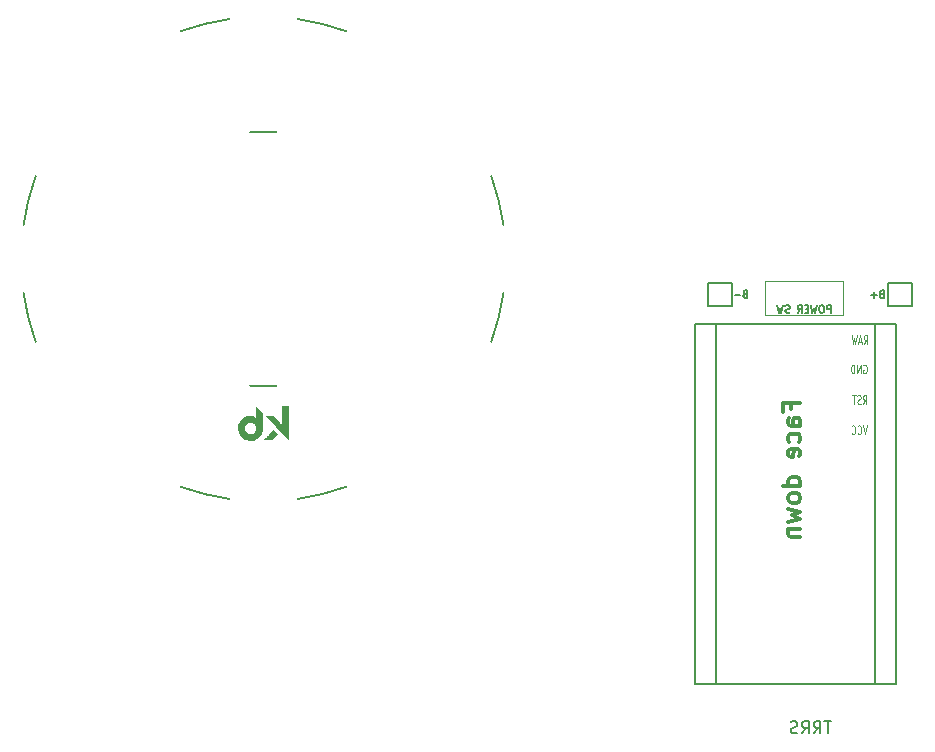
<source format=gbr>
%TF.GenerationSoftware,KiCad,Pcbnew,6.99.0-a9ca49a600~144~ubuntu20.04.1*%
%TF.CreationDate,2022-01-03T10:19:32+02:00*%
%TF.ProjectId,half-swept,68616c66-2d73-4776-9570-742e6b696361,rev?*%
%TF.SameCoordinates,Original*%
%TF.FileFunction,Legend,Bot*%
%TF.FilePolarity,Positive*%
%FSLAX46Y46*%
G04 Gerber Fmt 4.6, Leading zero omitted, Abs format (unit mm)*
G04 Created by KiCad (PCBNEW 6.99.0-a9ca49a600~144~ubuntu20.04.1) date 2022-01-03 10:19:32*
%MOMM*%
%LPD*%
G01*
G04 APERTURE LIST*
%ADD10C,0.150000*%
%ADD11C,0.120000*%
%ADD12C,0.300000*%
%ADD13C,0.125000*%
%ADD14C,0.010000*%
%ADD15C,0.200000*%
G04 APERTURE END LIST*
D10*
X113358571Y-45931142D02*
X113272857Y-45959714D01*
X113244285Y-45988285D01*
X113215714Y-46045428D01*
X113215714Y-46131142D01*
X113244285Y-46188285D01*
X113272857Y-46216857D01*
X113330000Y-46245428D01*
X113558571Y-46245428D01*
X113558571Y-45645428D01*
X113358571Y-45645428D01*
X113301428Y-45674000D01*
X113272857Y-45702571D01*
X113244285Y-45759714D01*
X113244285Y-45816857D01*
X113272857Y-45874000D01*
X113301428Y-45902571D01*
X113358571Y-45931142D01*
X113558571Y-45931142D01*
X112958571Y-46016857D02*
X112501428Y-46016857D01*
X124915571Y-45931142D02*
X124829857Y-45959714D01*
X124801285Y-45988285D01*
X124772714Y-46045428D01*
X124772714Y-46131142D01*
X124801285Y-46188285D01*
X124829857Y-46216857D01*
X124887000Y-46245428D01*
X125115571Y-46245428D01*
X125115571Y-45645428D01*
X124915571Y-45645428D01*
X124858428Y-45674000D01*
X124829857Y-45702571D01*
X124801285Y-45759714D01*
X124801285Y-45816857D01*
X124829857Y-45874000D01*
X124858428Y-45902571D01*
X124915571Y-45931142D01*
X125115571Y-45931142D01*
X124515571Y-46016857D02*
X124058428Y-46016857D01*
X124287000Y-46245428D02*
X124287000Y-45788285D01*
D11*
X115062000Y-47752000D02*
X115062000Y-44831000D01*
X121666000Y-47752000D02*
X115062000Y-47752000D01*
X121666000Y-44831000D02*
X121666000Y-47752000D01*
X115062000Y-44831000D02*
X121666000Y-44831000D01*
D12*
X117240857Y-55690142D02*
X117240857Y-55190142D01*
X118026571Y-55190142D02*
X116526571Y-55190142D01*
X116526571Y-55904428D01*
X118026571Y-57118714D02*
X117240857Y-57118714D01*
X117098000Y-57047285D01*
X117026571Y-56904428D01*
X117026571Y-56618714D01*
X117098000Y-56475857D01*
X117955142Y-57118714D02*
X118026571Y-56975857D01*
X118026571Y-56618714D01*
X117955142Y-56475857D01*
X117812285Y-56404428D01*
X117669428Y-56404428D01*
X117526571Y-56475857D01*
X117455142Y-56618714D01*
X117455142Y-56975857D01*
X117383714Y-57118714D01*
X117955142Y-58475857D02*
X118026571Y-58333000D01*
X118026571Y-58047285D01*
X117955142Y-57904428D01*
X117883714Y-57833000D01*
X117740857Y-57761571D01*
X117312285Y-57761571D01*
X117169428Y-57833000D01*
X117098000Y-57904428D01*
X117026571Y-58047285D01*
X117026571Y-58333000D01*
X117098000Y-58475857D01*
X117955142Y-59690142D02*
X118026571Y-59547285D01*
X118026571Y-59261571D01*
X117955142Y-59118714D01*
X117812285Y-59047285D01*
X117240857Y-59047285D01*
X117098000Y-59118714D01*
X117026571Y-59261571D01*
X117026571Y-59547285D01*
X117098000Y-59690142D01*
X117240857Y-59761571D01*
X117383714Y-59761571D01*
X117526571Y-59047285D01*
X118026571Y-62190142D02*
X116526571Y-62190142D01*
X117955142Y-62190142D02*
X118026571Y-62047285D01*
X118026571Y-61761571D01*
X117955142Y-61618714D01*
X117883714Y-61547285D01*
X117740857Y-61475857D01*
X117312285Y-61475857D01*
X117169428Y-61547285D01*
X117098000Y-61618714D01*
X117026571Y-61761571D01*
X117026571Y-62047285D01*
X117098000Y-62190142D01*
X118026571Y-63118714D02*
X117955142Y-62975857D01*
X117883714Y-62904428D01*
X117740857Y-62833000D01*
X117312285Y-62833000D01*
X117169428Y-62904428D01*
X117098000Y-62975857D01*
X117026571Y-63118714D01*
X117026571Y-63333000D01*
X117098000Y-63475857D01*
X117169428Y-63547285D01*
X117312285Y-63618714D01*
X117740857Y-63618714D01*
X117883714Y-63547285D01*
X117955142Y-63475857D01*
X118026571Y-63333000D01*
X118026571Y-63118714D01*
X117026571Y-64118714D02*
X118026571Y-64404428D01*
X117312285Y-64690142D01*
X118026571Y-64975857D01*
X117026571Y-65261571D01*
X117026571Y-65833000D02*
X118026571Y-65833000D01*
X117169428Y-65833000D02*
X117098000Y-65904428D01*
X117026571Y-66047285D01*
X117026571Y-66261571D01*
X117098000Y-66404428D01*
X117240857Y-66475857D01*
X118026571Y-66475857D01*
D10*
%TO.C,U1*%
D13*
X123666166Y-57056785D02*
X123499500Y-57806785D01*
X123332833Y-57056785D01*
X122880452Y-57735357D02*
X122904261Y-57771071D01*
X122975690Y-57806785D01*
X123023309Y-57806785D01*
X123094738Y-57771071D01*
X123142357Y-57699642D01*
X123166166Y-57628214D01*
X123189976Y-57485357D01*
X123189976Y-57378214D01*
X123166166Y-57235357D01*
X123142357Y-57163928D01*
X123094738Y-57092500D01*
X123023309Y-57056785D01*
X122975690Y-57056785D01*
X122904261Y-57092500D01*
X122880452Y-57128214D01*
X122380452Y-57735357D02*
X122404261Y-57771071D01*
X122475690Y-57806785D01*
X122523309Y-57806785D01*
X122594738Y-57771071D01*
X122642357Y-57699642D01*
X122666166Y-57628214D01*
X122689976Y-57485357D01*
X122689976Y-57378214D01*
X122666166Y-57235357D01*
X122642357Y-57163928D01*
X122594738Y-57092500D01*
X122523309Y-57056785D01*
X122475690Y-57056785D01*
X122404261Y-57092500D01*
X122380452Y-57128214D01*
X123336809Y-55266785D02*
X123503476Y-54909642D01*
X123622523Y-55266785D02*
X123622523Y-54516785D01*
X123432047Y-54516785D01*
X123384428Y-54552500D01*
X123360619Y-54588214D01*
X123336809Y-54659642D01*
X123336809Y-54766785D01*
X123360619Y-54838214D01*
X123384428Y-54873928D01*
X123432047Y-54909642D01*
X123622523Y-54909642D01*
X123146333Y-55231071D02*
X123074904Y-55266785D01*
X122955857Y-55266785D01*
X122908238Y-55231071D01*
X122884428Y-55195357D01*
X122860619Y-55123928D01*
X122860619Y-55052500D01*
X122884428Y-54981071D01*
X122908238Y-54945357D01*
X122955857Y-54909642D01*
X123051095Y-54873928D01*
X123098714Y-54838214D01*
X123122523Y-54802500D01*
X123146333Y-54731071D01*
X123146333Y-54659642D01*
X123122523Y-54588214D01*
X123098714Y-54552500D01*
X123051095Y-54516785D01*
X122932047Y-54516785D01*
X122860619Y-54552500D01*
X122717761Y-54516785D02*
X122432047Y-54516785D01*
X122574904Y-55266785D02*
X122574904Y-54516785D01*
X123380452Y-51949000D02*
X123428071Y-51913285D01*
X123499500Y-51913285D01*
X123570928Y-51949000D01*
X123618547Y-52020428D01*
X123642357Y-52091857D01*
X123666166Y-52234714D01*
X123666166Y-52341857D01*
X123642357Y-52484714D01*
X123618547Y-52556142D01*
X123570928Y-52627571D01*
X123499500Y-52663285D01*
X123451880Y-52663285D01*
X123380452Y-52627571D01*
X123356642Y-52591857D01*
X123356642Y-52341857D01*
X123451880Y-52341857D01*
X123142357Y-52663285D02*
X123142357Y-51913285D01*
X122856642Y-52663285D01*
X122856642Y-51913285D01*
X122618547Y-52663285D02*
X122618547Y-51913285D01*
X122499500Y-51913285D01*
X122428071Y-51949000D01*
X122380452Y-52020428D01*
X122356642Y-52091857D01*
X122332833Y-52234714D01*
X122332833Y-52341857D01*
X122356642Y-52484714D01*
X122380452Y-52556142D01*
X122428071Y-52627571D01*
X122499500Y-52663285D01*
X122618547Y-52663285D01*
X123408238Y-50186785D02*
X123574904Y-49829642D01*
X123693952Y-50186785D02*
X123693952Y-49436785D01*
X123503476Y-49436785D01*
X123455857Y-49472500D01*
X123432047Y-49508214D01*
X123408238Y-49579642D01*
X123408238Y-49686785D01*
X123432047Y-49758214D01*
X123455857Y-49793928D01*
X123503476Y-49829642D01*
X123693952Y-49829642D01*
X123217761Y-49972500D02*
X122979666Y-49972500D01*
X123265380Y-50186785D02*
X123098714Y-49436785D01*
X122932047Y-50186785D01*
X122813000Y-49436785D02*
X122693952Y-50186785D01*
X122598714Y-49651071D01*
X122503476Y-50186785D01*
X122384428Y-49436785D01*
D10*
%TO.C,J2*%
X120633904Y-82129380D02*
X120062476Y-82129380D01*
X120348190Y-83129380D02*
X120348190Y-82129380D01*
X119157714Y-83129380D02*
X119491047Y-82653190D01*
X119729142Y-83129380D02*
X119729142Y-82129380D01*
X119348190Y-82129380D01*
X119252952Y-82177000D01*
X119205333Y-82224619D01*
X119157714Y-82319857D01*
X119157714Y-82462714D01*
X119205333Y-82557952D01*
X119252952Y-82605571D01*
X119348190Y-82653190D01*
X119729142Y-82653190D01*
X118157714Y-83129380D02*
X118491047Y-82653190D01*
X118729142Y-83129380D02*
X118729142Y-82129380D01*
X118348190Y-82129380D01*
X118252952Y-82177000D01*
X118205333Y-82224619D01*
X118157714Y-82319857D01*
X118157714Y-82462714D01*
X118205333Y-82557952D01*
X118252952Y-82605571D01*
X118348190Y-82653190D01*
X118729142Y-82653190D01*
X117776761Y-83081761D02*
X117633904Y-83129380D01*
X117395809Y-83129380D01*
X117300571Y-83081761D01*
X117252952Y-83034142D01*
X117205333Y-82938904D01*
X117205333Y-82843666D01*
X117252952Y-82748428D01*
X117300571Y-82700809D01*
X117395809Y-82653190D01*
X117586285Y-82605571D01*
X117681523Y-82557952D01*
X117729142Y-82510333D01*
X117776761Y-82415095D01*
X117776761Y-82319857D01*
X117729142Y-82224619D01*
X117681523Y-82177000D01*
X117586285Y-82129380D01*
X117348190Y-82129380D01*
X117205333Y-82177000D01*
%TO.C,POWER SW*%
X120606857Y-47515428D02*
X120606857Y-46915428D01*
X120378285Y-46915428D01*
X120321142Y-46944000D01*
X120292571Y-46972571D01*
X120264000Y-47029714D01*
X120264000Y-47115428D01*
X120292571Y-47172571D01*
X120321142Y-47201142D01*
X120378285Y-47229714D01*
X120606857Y-47229714D01*
X119892571Y-46915428D02*
X119778285Y-46915428D01*
X119721142Y-46944000D01*
X119664000Y-47001142D01*
X119635428Y-47115428D01*
X119635428Y-47315428D01*
X119664000Y-47429714D01*
X119721142Y-47486857D01*
X119778285Y-47515428D01*
X119892571Y-47515428D01*
X119949714Y-47486857D01*
X120006857Y-47429714D01*
X120035428Y-47315428D01*
X120035428Y-47115428D01*
X120006857Y-47001142D01*
X119949714Y-46944000D01*
X119892571Y-46915428D01*
X119435428Y-46915428D02*
X119292571Y-47515428D01*
X119178285Y-47086857D01*
X119064000Y-47515428D01*
X118921142Y-46915428D01*
X118692571Y-47201142D02*
X118492571Y-47201142D01*
X118406857Y-47515428D02*
X118692571Y-47515428D01*
X118692571Y-46915428D01*
X118406857Y-46915428D01*
X117806857Y-47515428D02*
X118006857Y-47229714D01*
X118149714Y-47515428D02*
X118149714Y-46915428D01*
X117921142Y-46915428D01*
X117864000Y-46944000D01*
X117835428Y-46972571D01*
X117806857Y-47029714D01*
X117806857Y-47115428D01*
X117835428Y-47172571D01*
X117864000Y-47201142D01*
X117921142Y-47229714D01*
X118149714Y-47229714D01*
X117121142Y-47486857D02*
X117035428Y-47515428D01*
X116892571Y-47515428D01*
X116835428Y-47486857D01*
X116806857Y-47458285D01*
X116778285Y-47401142D01*
X116778285Y-47344000D01*
X116806857Y-47286857D01*
X116835428Y-47258285D01*
X116892571Y-47229714D01*
X117006857Y-47201142D01*
X117064000Y-47172571D01*
X117092571Y-47144000D01*
X117121142Y-47086857D01*
X117121142Y-47029714D01*
X117092571Y-46972571D01*
X117064000Y-46944000D01*
X117006857Y-46915428D01*
X116864000Y-46915428D01*
X116778285Y-46944000D01*
X116578285Y-46915428D02*
X116435428Y-47515428D01*
X116321142Y-47086857D01*
X116206857Y-47515428D01*
X116064000Y-46915428D01*
D14*
%TO.C,REF\u002A\u002A*%
X73357718Y-57504575D02*
X73335015Y-57527438D01*
X73335015Y-57527438D02*
X73300536Y-57562969D01*
X73300536Y-57562969D02*
X73256267Y-57609061D01*
X73256267Y-57609061D02*
X73204200Y-57663607D01*
X73204200Y-57663607D02*
X73146321Y-57724501D01*
X73146321Y-57724501D02*
X73084622Y-57789636D01*
X73084622Y-57789636D02*
X73021089Y-57856906D01*
X73021089Y-57856906D02*
X72957714Y-57924204D01*
X72957714Y-57924204D02*
X72896484Y-57989423D01*
X72896484Y-57989423D02*
X72839388Y-58050458D01*
X72839388Y-58050458D02*
X72788416Y-58105201D01*
X72788416Y-58105201D02*
X72745556Y-58151546D01*
X72745556Y-58151546D02*
X72712798Y-58187386D01*
X72712798Y-58187386D02*
X72692130Y-58210615D01*
X72692130Y-58210615D02*
X72689837Y-58213306D01*
X72689837Y-58213306D02*
X72661536Y-58246941D01*
X72661536Y-58246941D02*
X73281550Y-58246941D01*
X73281550Y-58246941D02*
X73454900Y-58070872D01*
X73454900Y-58070872D02*
X73508642Y-58016129D01*
X73508642Y-58016129D02*
X73558925Y-57964616D01*
X73558925Y-57964616D02*
X73602741Y-57919436D01*
X73602741Y-57919436D02*
X73637087Y-57883690D01*
X73637087Y-57883690D02*
X73658955Y-57860481D01*
X73658955Y-57860481D02*
X73662132Y-57856989D01*
X73662132Y-57856989D02*
X73696014Y-57819174D01*
X73696014Y-57819174D02*
X73534979Y-57657830D01*
X73534979Y-57657830D02*
X73485266Y-57608375D01*
X73485266Y-57608375D02*
X73441042Y-57565050D01*
X73441042Y-57565050D02*
X73404895Y-57530337D01*
X73404895Y-57530337D02*
X73379413Y-57506717D01*
X73379413Y-57506717D02*
X73367184Y-57496669D01*
X73367184Y-57496669D02*
X73366653Y-57496486D01*
X73366653Y-57496486D02*
X73357718Y-57504575D01*
X73357718Y-57504575D02*
X73357718Y-57504575D01*
G36*
X73367184Y-57496669D02*
G01*
X73379413Y-57506717D01*
X73404895Y-57530337D01*
X73441042Y-57565050D01*
X73485266Y-57608375D01*
X73534979Y-57657830D01*
X73696014Y-57819174D01*
X73662132Y-57856989D01*
X73658955Y-57860481D01*
X73637087Y-57883690D01*
X73602741Y-57919436D01*
X73558925Y-57964616D01*
X73508642Y-58016129D01*
X73454900Y-58070872D01*
X73281550Y-58246941D01*
X72661536Y-58246941D01*
X72689837Y-58213306D01*
X72692130Y-58210615D01*
X72712798Y-58187386D01*
X72745556Y-58151546D01*
X72788416Y-58105201D01*
X72839388Y-58050458D01*
X72896484Y-57989423D01*
X72957714Y-57924204D01*
X73021089Y-57856906D01*
X73084622Y-57789636D01*
X73146321Y-57724501D01*
X73204200Y-57663607D01*
X73256267Y-57609061D01*
X73300536Y-57562969D01*
X73335015Y-57527438D01*
X73357718Y-57504575D01*
X73366653Y-57496486D01*
X73367184Y-57496669D01*
G37*
X73367184Y-57496669D02*
X73379413Y-57506717D01*
X73404895Y-57530337D01*
X73441042Y-57565050D01*
X73485266Y-57608375D01*
X73534979Y-57657830D01*
X73696014Y-57819174D01*
X73662132Y-57856989D01*
X73658955Y-57860481D01*
X73637087Y-57883690D01*
X73602741Y-57919436D01*
X73558925Y-57964616D01*
X73508642Y-58016129D01*
X73454900Y-58070872D01*
X73281550Y-58246941D01*
X72661536Y-58246941D01*
X72689837Y-58213306D01*
X72692130Y-58210615D01*
X72712798Y-58187386D01*
X72745556Y-58151546D01*
X72788416Y-58105201D01*
X72839388Y-58050458D01*
X72896484Y-57989423D01*
X72957714Y-57924204D01*
X73021089Y-57856906D01*
X73084622Y-57789636D01*
X73146321Y-57724501D01*
X73204200Y-57663607D01*
X73256267Y-57609061D01*
X73300536Y-57562969D01*
X73335015Y-57527438D01*
X73357718Y-57504575D01*
X73366653Y-57496486D01*
X73367184Y-57496669D01*
X71959464Y-55963827D02*
X71959272Y-56068067D01*
X71959272Y-56068067D02*
X71958783Y-56164812D01*
X71958783Y-56164812D02*
X71958033Y-56251698D01*
X71958033Y-56251698D02*
X71957057Y-56326360D01*
X71957057Y-56326360D02*
X71955888Y-56386435D01*
X71955888Y-56386435D02*
X71954561Y-56429558D01*
X71954561Y-56429558D02*
X71953112Y-56453365D01*
X71953112Y-56453365D02*
X71952204Y-56457395D01*
X71952204Y-56457395D02*
X71939773Y-56451081D01*
X71939773Y-56451081D02*
X71914927Y-56434738D01*
X71914927Y-56434738D02*
X71890793Y-56417536D01*
X71890793Y-56417536D02*
X71776096Y-56346814D01*
X71776096Y-56346814D02*
X71653880Y-56297710D01*
X71653880Y-56297710D02*
X71523497Y-56270034D01*
X71523497Y-56270034D02*
X71384296Y-56263596D01*
X71384296Y-56263596D02*
X71366484Y-56264264D01*
X71366484Y-56264264D02*
X71276849Y-56270816D01*
X71276849Y-56270816D02*
X71200366Y-56282753D01*
X71200366Y-56282753D02*
X71128714Y-56302245D01*
X71128714Y-56302245D02*
X71053576Y-56331462D01*
X71053576Y-56331462D02*
X70983725Y-56364101D01*
X70983725Y-56364101D02*
X70855792Y-56439394D01*
X70855792Y-56439394D02*
X70742872Y-56531374D01*
X70742872Y-56531374D02*
X70645978Y-56638363D01*
X70645978Y-56638363D02*
X70566120Y-56758688D01*
X70566120Y-56758688D02*
X70504310Y-56890673D01*
X70504310Y-56890673D02*
X70461558Y-57032642D01*
X70461558Y-57032642D02*
X70438877Y-57182921D01*
X70438877Y-57182921D02*
X70435316Y-57272591D01*
X70435316Y-57272591D02*
X70445607Y-57425069D01*
X70445607Y-57425069D02*
X70476963Y-57569633D01*
X70476963Y-57569633D02*
X70530108Y-57708869D01*
X70530108Y-57708869D02*
X70587363Y-57815788D01*
X70587363Y-57815788D02*
X70673075Y-57936081D01*
X70673075Y-57936081D02*
X70774688Y-58040930D01*
X70774688Y-58040930D02*
X70890021Y-58129252D01*
X70890021Y-58129252D02*
X71016896Y-58199966D01*
X71016896Y-58199966D02*
X71153132Y-58251989D01*
X71153132Y-58251989D02*
X71296551Y-58284242D01*
X71296551Y-58284242D02*
X71444972Y-58295641D01*
X71444972Y-58295641D02*
X71545218Y-58291158D01*
X71545218Y-58291158D02*
X71689826Y-58266277D01*
X71689826Y-58266277D02*
X71830394Y-58220002D01*
X71830394Y-58220002D02*
X71963567Y-58154023D01*
X71963567Y-58154023D02*
X72085987Y-58070026D01*
X72085987Y-58070026D02*
X72194299Y-57969700D01*
X72194299Y-57969700D02*
X72202693Y-57960534D01*
X72202693Y-57960534D02*
X72283824Y-57856414D01*
X72283824Y-57856414D02*
X72353516Y-57738232D01*
X72353516Y-57738232D02*
X72408682Y-57612369D01*
X72408682Y-57612369D02*
X72446235Y-57485209D01*
X72446235Y-57485209D02*
X72455104Y-57438759D01*
X72455104Y-57438759D02*
X72457717Y-57410364D01*
X72457717Y-57410364D02*
X72460062Y-57360292D01*
X72460062Y-57360292D02*
X72461531Y-57309958D01*
X72461531Y-57309958D02*
X71965193Y-57309958D01*
X71965193Y-57309958D02*
X71954621Y-57407507D01*
X71954621Y-57407507D02*
X71924189Y-57501526D01*
X71924189Y-57501526D02*
X71895535Y-57555671D01*
X71895535Y-57555671D02*
X71828601Y-57643954D01*
X71828601Y-57643954D02*
X71749120Y-57714831D01*
X71749120Y-57714831D02*
X71659688Y-57767324D01*
X71659688Y-57767324D02*
X71562902Y-57800456D01*
X71562902Y-57800456D02*
X71461361Y-57813250D01*
X71461361Y-57813250D02*
X71357660Y-57804729D01*
X71357660Y-57804729D02*
X71284833Y-57785441D01*
X71284833Y-57785441D02*
X71241836Y-57769355D01*
X71241836Y-57769355D02*
X71200931Y-57751995D01*
X71200931Y-57751995D02*
X71184764Y-57744219D01*
X71184764Y-57744219D02*
X71139478Y-57713215D01*
X71139478Y-57713215D02*
X71090155Y-57667021D01*
X71090155Y-57667021D02*
X71042098Y-57611565D01*
X71042098Y-57611565D02*
X71000613Y-57552771D01*
X71000613Y-57552771D02*
X70979125Y-57514444D01*
X70979125Y-57514444D02*
X70958944Y-57470198D01*
X70958944Y-57470198D02*
X70946299Y-57431590D01*
X70946299Y-57431590D02*
X70938942Y-57389298D01*
X70938942Y-57389298D02*
X70934624Y-57333995D01*
X70934624Y-57333995D02*
X70934342Y-57328705D01*
X70934342Y-57328705D02*
X70937710Y-57221460D01*
X70937710Y-57221460D02*
X70960566Y-57123568D01*
X70960566Y-57123568D02*
X71004218Y-57030145D01*
X71004218Y-57030145D02*
X71021988Y-57001616D01*
X71021988Y-57001616D02*
X71086530Y-56923712D01*
X71086530Y-56923712D02*
X71165347Y-56861542D01*
X71165347Y-56861542D02*
X71254983Y-56816046D01*
X71254983Y-56816046D02*
X71351982Y-56788168D01*
X71351982Y-56788168D02*
X71452886Y-56778848D01*
X71452886Y-56778848D02*
X71554238Y-56789030D01*
X71554238Y-56789030D02*
X71652584Y-56819655D01*
X71652584Y-56819655D02*
X71666587Y-56825941D01*
X71666587Y-56825941D02*
X71754539Y-56878890D01*
X71754539Y-56878890D02*
X71828529Y-56947104D01*
X71828529Y-56947104D02*
X71887572Y-57027450D01*
X71887572Y-57027450D02*
X71930685Y-57116797D01*
X71930685Y-57116797D02*
X71956887Y-57212010D01*
X71956887Y-57212010D02*
X71965193Y-57309958D01*
X71965193Y-57309958D02*
X72461531Y-57309958D01*
X72461531Y-57309958D02*
X72462115Y-57289955D01*
X72462115Y-57289955D02*
X72463854Y-57200766D01*
X72463854Y-57200766D02*
X72465257Y-57094137D01*
X72465257Y-57094137D02*
X72466301Y-56971481D01*
X72466301Y-56971481D02*
X72466965Y-56834209D01*
X72466965Y-56834209D02*
X72467226Y-56683735D01*
X72467226Y-56683735D02*
X72467229Y-56671999D01*
X72467229Y-56671999D02*
X72467316Y-55980285D01*
X72467316Y-55980285D02*
X71959612Y-55470259D01*
X71959612Y-55470259D02*
X71959464Y-55963827D01*
X71959464Y-55963827D02*
X71959464Y-55963827D01*
G36*
X72457717Y-57410364D02*
G01*
X72455104Y-57438759D01*
X72446235Y-57485209D01*
X72408682Y-57612369D01*
X72353516Y-57738232D01*
X72283824Y-57856414D01*
X72202693Y-57960534D01*
X72194299Y-57969700D01*
X72085987Y-58070026D01*
X71963567Y-58154023D01*
X71830394Y-58220002D01*
X71689826Y-58266277D01*
X71545218Y-58291158D01*
X71444972Y-58295641D01*
X71296551Y-58284242D01*
X71153132Y-58251989D01*
X71016896Y-58199966D01*
X70890021Y-58129252D01*
X70774688Y-58040930D01*
X70673075Y-57936081D01*
X70587363Y-57815788D01*
X70530108Y-57708869D01*
X70476963Y-57569633D01*
X70445607Y-57425069D01*
X70439103Y-57328705D01*
X70934342Y-57328705D01*
X70934624Y-57333995D01*
X70938942Y-57389298D01*
X70946299Y-57431590D01*
X70958944Y-57470198D01*
X70979125Y-57514444D01*
X71000613Y-57552771D01*
X71042098Y-57611565D01*
X71090155Y-57667021D01*
X71139478Y-57713215D01*
X71184764Y-57744219D01*
X71200931Y-57751995D01*
X71241836Y-57769355D01*
X71284833Y-57785441D01*
X71357660Y-57804729D01*
X71461361Y-57813250D01*
X71562902Y-57800456D01*
X71659688Y-57767324D01*
X71749120Y-57714831D01*
X71828601Y-57643954D01*
X71895535Y-57555671D01*
X71924189Y-57501526D01*
X71954621Y-57407507D01*
X71965193Y-57309958D01*
X71956887Y-57212010D01*
X71930685Y-57116797D01*
X71887572Y-57027450D01*
X71828529Y-56947104D01*
X71754539Y-56878890D01*
X71666587Y-56825941D01*
X71652584Y-56819655D01*
X71554238Y-56789030D01*
X71452886Y-56778848D01*
X71351982Y-56788168D01*
X71254983Y-56816046D01*
X71165347Y-56861542D01*
X71086530Y-56923712D01*
X71021988Y-57001616D01*
X71004218Y-57030145D01*
X70960566Y-57123568D01*
X70937710Y-57221460D01*
X70934342Y-57328705D01*
X70439103Y-57328705D01*
X70435316Y-57272591D01*
X70438877Y-57182921D01*
X70461558Y-57032642D01*
X70504310Y-56890673D01*
X70566120Y-56758688D01*
X70645978Y-56638363D01*
X70742872Y-56531374D01*
X70855792Y-56439394D01*
X70983725Y-56364101D01*
X71053576Y-56331462D01*
X71128714Y-56302245D01*
X71200366Y-56282753D01*
X71276849Y-56270816D01*
X71366484Y-56264264D01*
X71384296Y-56263596D01*
X71523497Y-56270034D01*
X71653880Y-56297710D01*
X71776096Y-56346814D01*
X71890793Y-56417536D01*
X71914927Y-56434738D01*
X71939773Y-56451081D01*
X71952204Y-56457395D01*
X71953112Y-56453365D01*
X71954561Y-56429558D01*
X71955888Y-56386435D01*
X71957057Y-56326360D01*
X71958033Y-56251698D01*
X71958783Y-56164812D01*
X71959272Y-56068067D01*
X71959464Y-55963827D01*
X71959612Y-55470259D01*
X72467316Y-55980285D01*
X72467229Y-56671999D01*
X72467226Y-56683735D01*
X72466965Y-56834209D01*
X72466301Y-56971481D01*
X72465257Y-57094137D01*
X72463854Y-57200766D01*
X72462115Y-57289955D01*
X72461531Y-57309958D01*
X72460062Y-57360292D01*
X72457717Y-57410364D01*
G37*
X72457717Y-57410364D02*
X72455104Y-57438759D01*
X72446235Y-57485209D01*
X72408682Y-57612369D01*
X72353516Y-57738232D01*
X72283824Y-57856414D01*
X72202693Y-57960534D01*
X72194299Y-57969700D01*
X72085987Y-58070026D01*
X71963567Y-58154023D01*
X71830394Y-58220002D01*
X71689826Y-58266277D01*
X71545218Y-58291158D01*
X71444972Y-58295641D01*
X71296551Y-58284242D01*
X71153132Y-58251989D01*
X71016896Y-58199966D01*
X70890021Y-58129252D01*
X70774688Y-58040930D01*
X70673075Y-57936081D01*
X70587363Y-57815788D01*
X70530108Y-57708869D01*
X70476963Y-57569633D01*
X70445607Y-57425069D01*
X70439103Y-57328705D01*
X70934342Y-57328705D01*
X70934624Y-57333995D01*
X70938942Y-57389298D01*
X70946299Y-57431590D01*
X70958944Y-57470198D01*
X70979125Y-57514444D01*
X71000613Y-57552771D01*
X71042098Y-57611565D01*
X71090155Y-57667021D01*
X71139478Y-57713215D01*
X71184764Y-57744219D01*
X71200931Y-57751995D01*
X71241836Y-57769355D01*
X71284833Y-57785441D01*
X71357660Y-57804729D01*
X71461361Y-57813250D01*
X71562902Y-57800456D01*
X71659688Y-57767324D01*
X71749120Y-57714831D01*
X71828601Y-57643954D01*
X71895535Y-57555671D01*
X71924189Y-57501526D01*
X71954621Y-57407507D01*
X71965193Y-57309958D01*
X71956887Y-57212010D01*
X71930685Y-57116797D01*
X71887572Y-57027450D01*
X71828529Y-56947104D01*
X71754539Y-56878890D01*
X71666587Y-56825941D01*
X71652584Y-56819655D01*
X71554238Y-56789030D01*
X71452886Y-56778848D01*
X71351982Y-56788168D01*
X71254983Y-56816046D01*
X71165347Y-56861542D01*
X71086530Y-56923712D01*
X71021988Y-57001616D01*
X71004218Y-57030145D01*
X70960566Y-57123568D01*
X70937710Y-57221460D01*
X70934342Y-57328705D01*
X70439103Y-57328705D01*
X70435316Y-57272591D01*
X70438877Y-57182921D01*
X70461558Y-57032642D01*
X70504310Y-56890673D01*
X70566120Y-56758688D01*
X70645978Y-56638363D01*
X70742872Y-56531374D01*
X70855792Y-56439394D01*
X70983725Y-56364101D01*
X71053576Y-56331462D01*
X71128714Y-56302245D01*
X71200366Y-56282753D01*
X71276849Y-56270816D01*
X71366484Y-56264264D01*
X71384296Y-56263596D01*
X71523497Y-56270034D01*
X71653880Y-56297710D01*
X71776096Y-56346814D01*
X71890793Y-56417536D01*
X71914927Y-56434738D01*
X71939773Y-56451081D01*
X71952204Y-56457395D01*
X71953112Y-56453365D01*
X71954561Y-56429558D01*
X71955888Y-56386435D01*
X71957057Y-56326360D01*
X71958033Y-56251698D01*
X71958783Y-56164812D01*
X71959272Y-56068067D01*
X71959464Y-55963827D01*
X71959612Y-55470259D01*
X72467316Y-55980285D01*
X72467229Y-56671999D01*
X72467226Y-56683735D01*
X72466965Y-56834209D01*
X72466301Y-56971481D01*
X72465257Y-57094137D01*
X72463854Y-57200766D01*
X72462115Y-57289955D01*
X72461531Y-57309958D01*
X72460062Y-57360292D01*
X72457717Y-57410364D01*
X74164498Y-57098044D02*
X73361552Y-56295344D01*
X73361552Y-56295344D02*
X73073184Y-56298438D01*
X73073184Y-56298438D02*
X72784816Y-56301531D01*
X72784816Y-56301531D02*
X73632040Y-57161668D01*
X73632040Y-57161668D02*
X73749965Y-57281391D01*
X73749965Y-57281391D02*
X73864764Y-57397940D01*
X73864764Y-57397940D02*
X73975218Y-57510080D01*
X73975218Y-57510080D02*
X74080110Y-57616573D01*
X74080110Y-57616573D02*
X74178222Y-57716184D01*
X74178222Y-57716184D02*
X74268337Y-57807677D01*
X74268337Y-57807677D02*
X74349236Y-57889814D01*
X74349236Y-57889814D02*
X74419703Y-57961359D01*
X74419703Y-57961359D02*
X74478519Y-58021077D01*
X74478519Y-58021077D02*
X74524466Y-58067731D01*
X74524466Y-58067731D02*
X74556327Y-58100084D01*
X74556327Y-58100084D02*
X74570108Y-58114080D01*
X74570108Y-58114080D02*
X74660952Y-58206356D01*
X74660952Y-58206356D02*
X74660952Y-55464486D01*
X74660952Y-55464486D02*
X74164498Y-55464486D01*
X74164498Y-55464486D02*
X74164498Y-57098044D01*
X74164498Y-57098044D02*
X74164498Y-57098044D01*
G36*
X74660952Y-58206356D02*
G01*
X74570108Y-58114080D01*
X74556327Y-58100084D01*
X74524466Y-58067731D01*
X74478519Y-58021077D01*
X74419703Y-57961359D01*
X74349236Y-57889814D01*
X74268337Y-57807677D01*
X74178222Y-57716184D01*
X74080110Y-57616573D01*
X73975218Y-57510080D01*
X73864764Y-57397940D01*
X73749965Y-57281391D01*
X73632040Y-57161668D01*
X72784816Y-56301531D01*
X73073184Y-56298438D01*
X73361552Y-56295344D01*
X74164498Y-57098044D01*
X74164498Y-55464486D01*
X74660952Y-55464486D01*
X74660952Y-58206356D01*
G37*
X74660952Y-58206356D02*
X74570108Y-58114080D01*
X74556327Y-58100084D01*
X74524466Y-58067731D01*
X74478519Y-58021077D01*
X74419703Y-57961359D01*
X74349236Y-57889814D01*
X74268337Y-57807677D01*
X74178222Y-57716184D01*
X74080110Y-57616573D01*
X73975218Y-57510080D01*
X73864764Y-57397940D01*
X73749965Y-57281391D01*
X73632040Y-57161668D01*
X72784816Y-56301531D01*
X73073184Y-56298438D01*
X73361552Y-56295344D01*
X74164498Y-57098044D01*
X74164498Y-55464486D01*
X74660952Y-55464486D01*
X74660952Y-58206356D01*
D15*
X69722500Y-22659999D02*
G75*
G03*
X65571954Y-23693865I2857500J-20320001D01*
G01*
X79588049Y-23693867D02*
G75*
G03*
X75437500Y-22660000I-7008049J-19286133D01*
G01*
X92900000Y-40122500D02*
G75*
G03*
X91866134Y-35971952I-20320000J-2857500D01*
G01*
X91866134Y-49988048D02*
G75*
G03*
X92900000Y-45837500I-19286134J7008048D01*
G01*
X75437500Y-63300000D02*
G75*
G03*
X79588045Y-62266135I-2857500J20320000D01*
G01*
X65571955Y-62266135D02*
G75*
G03*
X69722500Y-63300000I7008045J19286135D01*
G01*
X52259999Y-45837500D02*
G75*
G03*
X53293865Y-49988046I20320001J2857500D01*
G01*
X53293865Y-35971956D02*
G75*
G03*
X52260000Y-40122500I19286135J-7008044D01*
G01*
X72580000Y-53775000D02*
G75*
G03*
X73708385Y-53715864I0J10795000D01*
G01*
X73708385Y-32244136D02*
G75*
G03*
X72580000Y-32185000I-1128385J-10735864D01*
G01*
X72580000Y-32185000D02*
G75*
G03*
X71451615Y-32244136I0J-10795000D01*
G01*
X71451615Y-53715864D02*
G75*
G03*
X72580000Y-53775000I1128385J10735864D01*
G01*
D10*
%TO.C,U1*%
X124333000Y-48514000D02*
X126111000Y-48514000D01*
X126111000Y-48514000D02*
X126111000Y-78994000D01*
X126111000Y-78994000D02*
X124333000Y-78994000D01*
X124333000Y-78994000D02*
X124333000Y-48514000D01*
X109093000Y-48514000D02*
X110871000Y-48514000D01*
X110871000Y-48514000D02*
X110871000Y-78994000D01*
X110871000Y-78994000D02*
X109093000Y-78994000D01*
X109093000Y-78994000D02*
X109093000Y-48514000D01*
X110871000Y-78994000D02*
X124333000Y-78994000D01*
X110871000Y-48514000D02*
X124333000Y-48514000D01*
%TO.C,B-*%
X110252000Y-44974000D02*
X112252000Y-44974000D01*
X112252000Y-44974000D02*
X112252000Y-46974000D01*
X112252000Y-46974000D02*
X110252000Y-46974000D01*
X110252000Y-46974000D02*
X110252000Y-44974000D01*
%TO.C,B+*%
X125492000Y-44974000D02*
X127492000Y-44974000D01*
X127492000Y-44974000D02*
X127492000Y-46974000D01*
X127492000Y-46974000D02*
X125492000Y-46974000D01*
X125492000Y-46974000D02*
X125492000Y-44974000D01*
%TD*%
M02*

</source>
